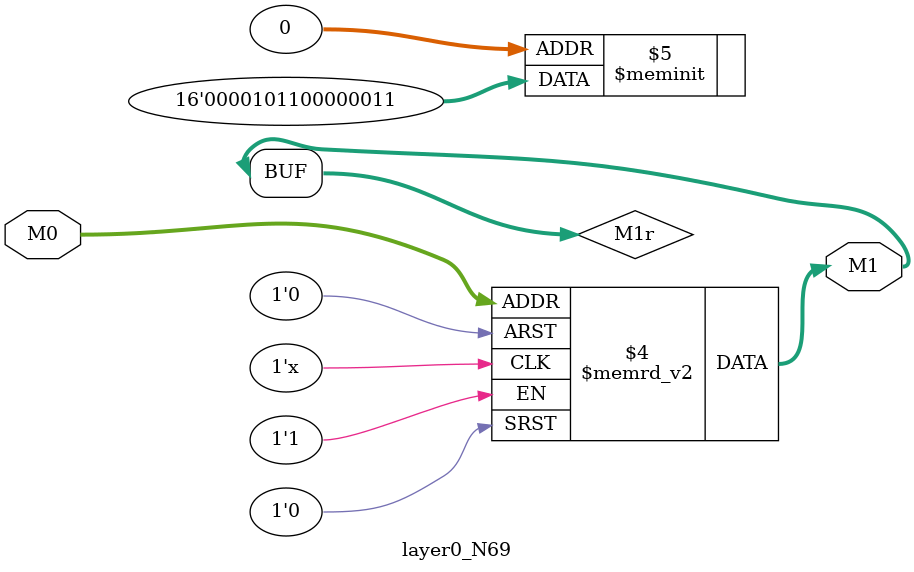
<source format=v>
module layer0_N69 ( input [2:0] M0, output [1:0] M1 );

	(*rom_style = "distributed" *) reg [1:0] M1r;
	assign M1 = M1r;
	always @ (M0) begin
		case (M0)
			3'b000: M1r = 2'b11;
			3'b100: M1r = 2'b11;
			3'b010: M1r = 2'b00;
			3'b110: M1r = 2'b00;
			3'b001: M1r = 2'b00;
			3'b101: M1r = 2'b10;
			3'b011: M1r = 2'b00;
			3'b111: M1r = 2'b00;

		endcase
	end
endmodule

</source>
